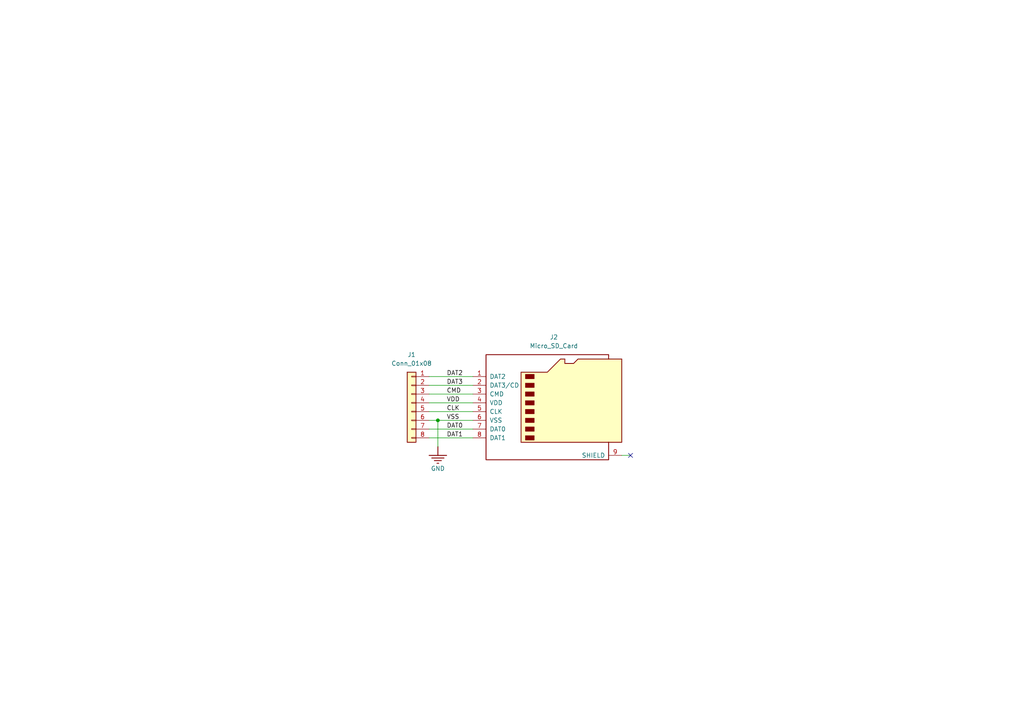
<source format=kicad_sch>
(kicad_sch (version 20211123) (generator eeschema)
  (paper "A4")
  (title_block (title "${title}") (date "2023-01-08") (rev "${revision}"))
  (lib_symbols
    (symbol "Connector:Micro_SD_Card" (pin_names (offset 1.016))
      (property "Reference" "J" (at -16.51 15.24 0))
      (property "Value" "Micro_SD_Card" (at 16.51 15.24 0))
      (symbol "Micro_SD_Card_0_1"
        (rectangle (start -7.62 -9.525) (end -5.08 -10.795) (fill (type outline)))
        (rectangle (start -7.62 -6.985) (end -5.08 -8.255) (fill (type outline)))
        (rectangle (start -7.62 -4.445) (end -5.08 -5.715) (fill (type outline)))
        (rectangle (start -7.62 -1.905) (end -5.08 -3.175) (fill (type outline)))
        (rectangle (start -7.62 0.635) (end -5.08 -0.635) (fill (type outline)))
        (rectangle (start -7.62 3.175) (end -5.08 1.905) (fill (type outline)))
        (rectangle (start -7.62 5.715) (end -5.08 4.445) (fill (type outline)))
        (rectangle (start -7.62 8.255) (end -5.08 6.985) (fill (type outline)))
        (polyline (pts (xy 16.51 12.7) (xy 16.51 13.97) (xy -19.05 13.97) (xy -19.05 -16.51) (xy 16.51 -16.51) (xy 16.51 -11.43)) (stroke (width 0.254)))
        (polyline (pts (xy -8.89 -11.43) (xy -8.89 8.89) (xy -1.27 8.89) (xy 2.54 12.7) (xy 3.81 12.7) (xy 3.81 11.43) (xy 6.35 11.43) (xy 7.62 12.7) (xy 20.32 12.7) (xy 20.32 -11.43) (xy -8.89 -11.43)) (stroke (width 0.254)) (fill (type background)))
      )
      (symbol "Micro_SD_Card_1_1"
        (pin bidirectional line (at -22.86 7.62 0) (length 3.81) (name "DAT2") (number "1"))
        (pin bidirectional line (at -22.86 5.08 0) (length 3.81) (name "DAT3/CD") (number "2"))
        (pin input line (at -22.86 2.54 0) (length 3.81) (name "CMD") (number "3"))
        (pin power_in line (at -22.86 0 0) (length 3.81) (name "VDD") (number "4"))
        (pin input line (at -22.86 -2.54 0) (length 3.81) (name "CLK") (number "5"))
        (pin power_in line (at -22.86 -5.08 0) (length 3.81) (name "VSS") (number "6"))
        (pin bidirectional line (at -22.86 -7.62 0) (length 3.81) (name "DAT0") (number "7"))
        (pin bidirectional line (at -22.86 -10.16 0) (length 3.81) (name "DAT1") (number "8"))
        (pin passive line (at 20.32 -15.24 180) (length 3.81) (name "SHIELD") (number "9"))
      )
    )
    (symbol "Connector_Generic:Conn_01x08" (pin_names (offset 1.016) hide)
      (property "Reference" "J" (at 0 10.16 0))
      (property "Value" "Conn_01x08" (at 0 -12.7 0))
      (symbol "Conn_01x08_1_1"
        (rectangle (start -1.27 -10.033) (end 0 -10.287) (stroke (width 0.1524)))
        (rectangle (start -1.27 -7.493) (end 0 -7.747) (stroke (width 0.1524)))
        (rectangle (start -1.27 -4.953) (end 0 -5.207) (stroke (width 0.1524)))
        (rectangle (start -1.27 -2.413) (end 0 -2.667) (stroke (width 0.1524)))
        (rectangle (start -1.27 0.127) (end 0 -0.127) (stroke (width 0.1524)))
        (rectangle (start -1.27 2.667) (end 0 2.413) (stroke (width 0.1524)))
        (rectangle (start -1.27 5.207) (end 0 4.953) (stroke (width 0.1524)))
        (rectangle (start -1.27 7.747) (end 0 7.493) (stroke (width 0.1524)))
        (rectangle (start -1.27 8.89) (end 1.27 -11.43) (stroke (width 0.254)) (fill (type background)))
        (pin passive line (at -5.08 7.62 0) (length 3.81) (name "Pin_1") (number "1"))
        (pin passive line (at -5.08 5.08 0) (length 3.81) (name "Pin_2") (number "2"))
        (pin passive line (at -5.08 2.54 0) (length 3.81) (name "Pin_3") (number "3"))
        (pin passive line (at -5.08 0 0) (length 3.81) (name "Pin_4") (number "4"))
        (pin passive line (at -5.08 -2.54 0) (length 3.81) (name "Pin_5") (number "5"))
        (pin passive line (at -5.08 -5.08 0) (length 3.81) (name "Pin_6") (number "6"))
        (pin passive line (at -5.08 -7.62 0) (length 3.81) (name "Pin_7") (number "7"))
        (pin passive line (at -5.08 -10.16 0) (length 3.81) (name "Pin_8") (number "8"))
      )
    )
    (symbol "usd-mock-bob-altium-import:GND" (power)
      (property "Reference" "#PWR" (at 0 0 0))
      (property "Value" "GND" (at 0 6.35 0))
      (symbol "GND_0_0"
        (polyline (pts (xy -2.54 -2.54) (xy 2.54 -2.54)) (stroke (width 0.254)))
        (polyline (pts (xy -1.778 -3.302) (xy 1.778 -3.302)) (stroke (width 0.254)))
        (polyline (pts (xy -1.016 -4.064) (xy 1.016 -4.064)) (stroke (width 0.254)))
        (polyline (pts (xy -0.254 -4.826) (xy 0.254 -4.826)) (stroke (width 0.254)))
        (polyline (pts (xy 0 0) (xy 0 -2.54)) (stroke (width 0.254)))
        (pin power_in line (at 0 0 0) (length 0) hide (name "GND") (number ""))
      )
    )
  )
  (junction (at 127 121.92))
  (no_connect (at 182.88 132.08))
  (wire (pts (xy 124.46 121.92) (xy 127 121.92)))
  (wire (pts (xy 127 121.92) (xy 127 129.54)))
  (wire (pts (xy 124.46 109.22) (xy 137.16 109.22)))
  (wire (pts (xy 124.46 119.38) (xy 137.16 119.38)))
  (wire (pts (xy 127 121.92) (xy 137.16 121.92)))
  (wire (pts (xy 124.46 127) (xy 137.16 127)))
  (wire (pts (xy 124.46 116.84) (xy 137.16 116.84)))
  (wire (pts (xy 124.46 114.3) (xy 137.16 114.3)))
  (wire (pts (xy 124.46 111.76) (xy 137.16 111.76)))
  (wire (pts (xy 180.34 132.08) (xy 182.88 132.08)))
  (wire (pts (xy 124.46 124.46) (xy 137.16 124.46)))
  (label "DAT1" (at 129.54 127 0))
  (label "VSS" (at 129.54 121.92 0))
  (label "VDD" (at 129.54 116.84 0))
  (label "CLK" (at 129.54 119.38 0))
  (label "DAT0" (at 129.54 124.46 0))
  (label "DAT3" (at 129.54 111.76 0))
  (label "CMD" (at 129.54 114.3 0))
  (label "DAT2" (at 129.54 109.22 0))
  (symbol (lib_id "usd-mock-bob-altium-import:GND") (at 127 129.54 0) (unit 1)
    (property "Reference" "#PWR0101" (effects hide))
    (property "Value" "GND" (at 127 135.89 0))
  )
  (symbol (lib_id "Connector:Micro_SD_Card") (at 160.02 116.84 0) (unit 1)
    (property "Reference" "J2" (at 160.655 97.79 0))
    (property "Value" "Micro_SD_Card" (at 160.655 100.33 0))
    (property "Footprint" "uSD:uSD" (effects hide))
    (property "Datasheet" "http://katalog.we-online.de/em/datasheet/693072010801.pdf" (effects hide))
  )
  (symbol (lib_id "Connector_Generic:Conn_01x08") (at 119.38 116.84 0) (mirror y) (unit 1)
    (property "Reference" "J1" (at 119.38 102.87 0))
    (property "Value" "Conn_01x08" (at 119.38 105.41 0))
    (property "Footprint" "Connector_PinHeader_2.54mm:PinHeader_2x04_P2.54mm_Vertical" (effects hide))
  )
)
</source>
